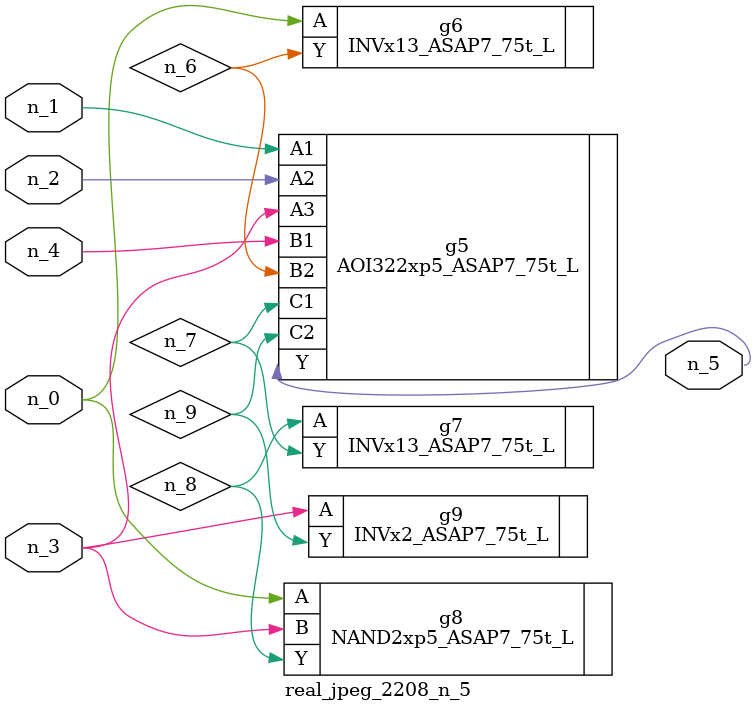
<source format=v>
module real_jpeg_2208_n_5 (n_4, n_0, n_1, n_2, n_3, n_5);

input n_4;
input n_0;
input n_1;
input n_2;
input n_3;

output n_5;

wire n_8;
wire n_6;
wire n_7;
wire n_9;

INVx13_ASAP7_75t_L g6 ( 
.A(n_0),
.Y(n_6)
);

NAND2xp5_ASAP7_75t_L g8 ( 
.A(n_0),
.B(n_3),
.Y(n_8)
);

AOI322xp5_ASAP7_75t_L g5 ( 
.A1(n_1),
.A2(n_2),
.A3(n_3),
.B1(n_4),
.B2(n_6),
.C1(n_7),
.C2(n_9),
.Y(n_5)
);

INVx2_ASAP7_75t_L g9 ( 
.A(n_3),
.Y(n_9)
);

INVx13_ASAP7_75t_L g7 ( 
.A(n_8),
.Y(n_7)
);


endmodule
</source>
